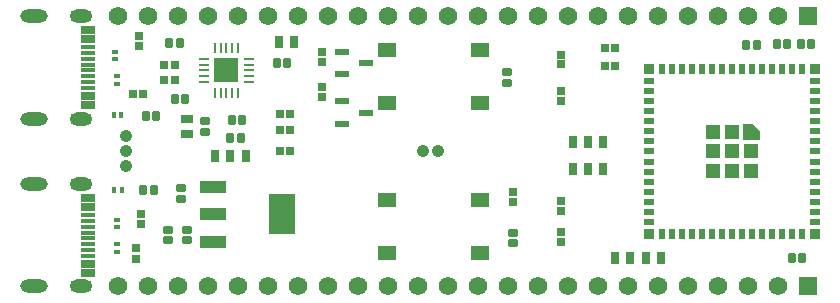
<source format=gts>
G04*
G04 #@! TF.GenerationSoftware,Altium Limited,Altium Designer,24.5.2 (23)*
G04*
G04 Layer_Color=8388736*
%FSLAX25Y25*%
%MOIN*%
G70*
G04*
G04 #@! TF.SameCoordinates,691D43E0-75DC-4999-8F72-E41A8CCF96D7*
G04*
G04*
G04 #@! TF.FilePolarity,Negative*
G04*
G01*
G75*
%ADD18R,0.08100X0.08100*%
%ADD19R,0.03600X0.01000*%
%ADD20R,0.01000X0.03600*%
%ADD25R,0.06100X0.05100*%
%ADD30R,0.04800X0.02200*%
%ADD33R,0.02400X0.01600*%
%ADD34R,0.01600X0.02400*%
G04:AMPARAMS|DCode=37|XSize=27.23mil|YSize=28.02mil|CornerRadius=3.74mil|HoleSize=0mil|Usage=FLASHONLY|Rotation=270.000|XOffset=0mil|YOffset=0mil|HoleType=Round|Shape=RoundedRectangle|*
%AMROUNDEDRECTD37*
21,1,0.02723,0.02053,0,0,270.0*
21,1,0.01974,0.02802,0,0,270.0*
1,1,0.00748,-0.01027,-0.00987*
1,1,0.00748,-0.01027,0.00987*
1,1,0.00748,0.01027,0.00987*
1,1,0.00748,0.01027,-0.00987*
%
%ADD37ROUNDEDRECTD37*%
%ADD38R,0.08865X0.04140*%
%ADD39R,0.08865X0.13195*%
%ADD40R,0.05124X0.05124*%
%ADD41R,0.03550X0.01975*%
%ADD42R,0.01975X0.03550*%
%ADD43R,0.03550X0.03550*%
%ADD44R,0.03156X0.03943*%
%ADD45R,0.02762X0.02526*%
%ADD46R,0.02526X0.02762*%
%ADD47R,0.03943X0.03156*%
%ADD48R,0.05028X0.01573*%
%ADD49R,0.05028X0.02723*%
G04:AMPARAMS|DCode=50|XSize=29.2mil|YSize=32.35mil|CornerRadius=5.15mil|HoleSize=0mil|Usage=FLASHONLY|Rotation=270.000|XOffset=0mil|YOffset=0mil|HoleType=Round|Shape=RoundedRectangle|*
%AMROUNDEDRECTD50*
21,1,0.02920,0.02205,0,0,270.0*
21,1,0.01890,0.03235,0,0,270.0*
1,1,0.01030,-0.01102,-0.00945*
1,1,0.01030,-0.01102,0.00945*
1,1,0.01030,0.01102,0.00945*
1,1,0.01030,0.01102,-0.00945*
%
%ADD50ROUNDEDRECTD50*%
G04:AMPARAMS|DCode=51|XSize=29.2mil|YSize=32.35mil|CornerRadius=5.15mil|HoleSize=0mil|Usage=FLASHONLY|Rotation=180.000|XOffset=0mil|YOffset=0mil|HoleType=Round|Shape=RoundedRectangle|*
%AMROUNDEDRECTD51*
21,1,0.02920,0.02205,0,0,180.0*
21,1,0.01890,0.03235,0,0,180.0*
1,1,0.01030,-0.00945,0.01102*
1,1,0.01030,0.00945,0.01102*
1,1,0.01030,0.00945,-0.01102*
1,1,0.01030,-0.00945,-0.01102*
%
%ADD51ROUNDEDRECTD51*%
%ADD52C,0.04200*%
%ADD53O,0.09161X0.04437*%
%ADD54O,0.07587X0.04437*%
%ADD55R,0.06200X0.06200*%
%ADD56C,0.06200*%
G36*
X243244Y53740D02*
Y59252D01*
X246197D01*
X248756Y56693D01*
Y53740D01*
X243244D01*
D02*
G37*
D18*
X71000Y77000D02*
D03*
D19*
X78650Y80937D02*
D03*
Y78969D02*
D03*
Y77000D02*
D03*
Y75032D02*
D03*
Y73063D02*
D03*
X63350D02*
D03*
Y75032D02*
D03*
Y77000D02*
D03*
Y78969D02*
D03*
Y80937D02*
D03*
D20*
X74937Y69350D02*
D03*
X72969D02*
D03*
X71000D02*
D03*
X69032D02*
D03*
X67063D02*
D03*
Y84650D02*
D03*
X69032D02*
D03*
X71000D02*
D03*
X72969D02*
D03*
X74937D02*
D03*
D25*
X124350Y83858D02*
D03*
X155650D02*
D03*
X124350Y66142D02*
D03*
X155650D02*
D03*
X124350Y33858D02*
D03*
X155650D02*
D03*
X124350Y16142D02*
D03*
X155650D02*
D03*
D30*
X109480Y66690D02*
D03*
Y59210D02*
D03*
X117520Y62950D02*
D03*
X109480Y83190D02*
D03*
Y75710D02*
D03*
X117520Y79450D02*
D03*
D33*
X34500Y19100D02*
D03*
Y16600D02*
D03*
Y24750D02*
D03*
Y27250D02*
D03*
Y75000D02*
D03*
Y72500D02*
D03*
X34000Y80750D02*
D03*
Y83250D02*
D03*
D34*
X36150Y37000D02*
D03*
X33650D02*
D03*
X35850Y62000D02*
D03*
X33350D02*
D03*
D37*
X182500Y79000D02*
D03*
Y82268D02*
D03*
Y23134D02*
D03*
Y19866D02*
D03*
D38*
X66583Y38055D02*
D03*
Y29000D02*
D03*
Y19945D02*
D03*
D39*
X89417Y29000D02*
D03*
D40*
X239504Y56496D02*
D03*
X233008D02*
D03*
Y50000D02*
D03*
Y43504D02*
D03*
X239504D02*
D03*
X246000D02*
D03*
Y50000D02*
D03*
X239504D02*
D03*
D41*
X267063Y73425D02*
D03*
Y70079D02*
D03*
Y66732D02*
D03*
Y63386D02*
D03*
Y60039D02*
D03*
Y56693D02*
D03*
Y53347D02*
D03*
Y50000D02*
D03*
Y46654D02*
D03*
Y43307D02*
D03*
Y39961D02*
D03*
Y36614D02*
D03*
Y33268D02*
D03*
Y29921D02*
D03*
Y26575D02*
D03*
X211945D02*
D03*
Y29921D02*
D03*
Y33268D02*
D03*
Y36614D02*
D03*
Y39961D02*
D03*
Y43307D02*
D03*
Y46654D02*
D03*
Y50000D02*
D03*
Y53347D02*
D03*
Y56693D02*
D03*
Y60039D02*
D03*
Y63386D02*
D03*
Y66732D02*
D03*
Y70079D02*
D03*
Y73425D02*
D03*
D42*
X262929Y22441D02*
D03*
X259583D02*
D03*
X256236D02*
D03*
X252890D02*
D03*
X249543D02*
D03*
X246197D02*
D03*
X242850D02*
D03*
X239504D02*
D03*
X236157D02*
D03*
X232811D02*
D03*
X229465D02*
D03*
X226118D02*
D03*
X222772D02*
D03*
X219425D02*
D03*
X216079D02*
D03*
Y77559D02*
D03*
X219425D02*
D03*
X222772D02*
D03*
X226118D02*
D03*
X229465D02*
D03*
X232811D02*
D03*
X236157D02*
D03*
X239504D02*
D03*
X242850D02*
D03*
X246197D02*
D03*
X249543D02*
D03*
X252890D02*
D03*
X256236D02*
D03*
X259583D02*
D03*
X262929D02*
D03*
D43*
X211945Y22441D02*
D03*
X267063D02*
D03*
X211945Y77559D02*
D03*
X267063D02*
D03*
D44*
X191500Y44100D02*
D03*
X196618D02*
D03*
X191482Y53000D02*
D03*
X196600D02*
D03*
X191500Y44100D02*
D03*
X186382D02*
D03*
X191482Y53000D02*
D03*
X186364D02*
D03*
X210841Y14500D02*
D03*
X215959D02*
D03*
X200441D02*
D03*
X205559D02*
D03*
X77436Y48600D02*
D03*
X72318D02*
D03*
X67200D02*
D03*
X72318D02*
D03*
X93559Y86500D02*
D03*
X88441D02*
D03*
D45*
X166500Y33099D02*
D03*
Y36501D02*
D03*
X103000Y68049D02*
D03*
Y71451D02*
D03*
Y83201D02*
D03*
Y79799D02*
D03*
X42500Y25799D02*
D03*
Y29201D02*
D03*
X41000Y17701D02*
D03*
Y14299D02*
D03*
X42000Y85098D02*
D03*
Y88500D02*
D03*
X182500Y70193D02*
D03*
Y66807D02*
D03*
Y30057D02*
D03*
Y33443D02*
D03*
D46*
X200451Y78500D02*
D03*
X197049D02*
D03*
X200451Y84500D02*
D03*
X197049D02*
D03*
X43201Y69300D02*
D03*
X39799D02*
D03*
X53701Y73800D02*
D03*
X50299D02*
D03*
X53701Y78800D02*
D03*
X50299D02*
D03*
X88799Y50000D02*
D03*
X92201D02*
D03*
Y57000D02*
D03*
X88799D02*
D03*
X88807Y62500D02*
D03*
X92193D02*
D03*
D47*
X58000Y60809D02*
D03*
Y55691D02*
D03*
D48*
X24764Y28898D02*
D03*
Y15118D02*
D03*
Y17087D02*
D03*
Y26929D02*
D03*
Y24961D02*
D03*
Y19055D02*
D03*
Y21024D02*
D03*
Y22992D02*
D03*
Y84882D02*
D03*
Y71102D02*
D03*
Y73071D02*
D03*
Y82913D02*
D03*
Y80945D02*
D03*
Y75039D02*
D03*
Y77008D02*
D03*
Y78976D02*
D03*
D49*
Y34606D02*
D03*
Y31457D02*
D03*
Y12559D02*
D03*
Y9409D02*
D03*
Y90591D02*
D03*
Y87441D02*
D03*
Y68543D02*
D03*
Y65394D02*
D03*
D50*
X164500Y76382D02*
D03*
Y72918D02*
D03*
X166500Y19418D02*
D03*
Y22882D02*
D03*
X56000Y34268D02*
D03*
Y37732D02*
D03*
X51500Y23882D02*
D03*
Y20418D02*
D03*
X58000Y23882D02*
D03*
Y20418D02*
D03*
X64000Y56618D02*
D03*
Y60082D02*
D03*
D51*
X257932Y85800D02*
D03*
X254468D02*
D03*
X265932D02*
D03*
X262468D02*
D03*
X46732Y37000D02*
D03*
X43268D02*
D03*
X51918Y86000D02*
D03*
X55382D02*
D03*
X91332Y79400D02*
D03*
X87868D02*
D03*
X57232Y67500D02*
D03*
X53768D02*
D03*
X75732Y54500D02*
D03*
X72268D02*
D03*
X76232Y60500D02*
D03*
X72768D02*
D03*
X259535Y14500D02*
D03*
X263000D02*
D03*
X244268Y85500D02*
D03*
X247732D02*
D03*
X47632Y61700D02*
D03*
X44168D02*
D03*
D52*
X141500Y50000D02*
D03*
X136500D02*
D03*
X37500Y55000D02*
D03*
Y50000D02*
D03*
Y45000D02*
D03*
D53*
X6752Y39016D02*
D03*
Y5000D02*
D03*
Y95000D02*
D03*
Y60984D02*
D03*
D54*
X22500Y39016D02*
D03*
Y5000D02*
D03*
Y95000D02*
D03*
Y60984D02*
D03*
D55*
X265000Y5000D02*
D03*
Y95000D02*
D03*
D56*
X35000Y5000D02*
D03*
X45000D02*
D03*
X55000D02*
D03*
X65000D02*
D03*
X75000D02*
D03*
X85000D02*
D03*
X95000D02*
D03*
X105000D02*
D03*
X115000D02*
D03*
X125000D02*
D03*
X135000D02*
D03*
X145000D02*
D03*
X155000D02*
D03*
X165000D02*
D03*
X175000D02*
D03*
X185000D02*
D03*
X195000D02*
D03*
X205000D02*
D03*
X215000D02*
D03*
X225000D02*
D03*
X235000D02*
D03*
X245000D02*
D03*
X255000D02*
D03*
X35000Y95000D02*
D03*
X45000D02*
D03*
X55000D02*
D03*
X65000D02*
D03*
X75000D02*
D03*
X85000D02*
D03*
X95000D02*
D03*
X105000D02*
D03*
X115000D02*
D03*
X125000D02*
D03*
X135000D02*
D03*
X145000D02*
D03*
X155000D02*
D03*
X165000D02*
D03*
X175000D02*
D03*
X185000D02*
D03*
X195000D02*
D03*
X205000D02*
D03*
X215000D02*
D03*
X225000D02*
D03*
X235000D02*
D03*
X245000D02*
D03*
X255000D02*
D03*
M02*

</source>
